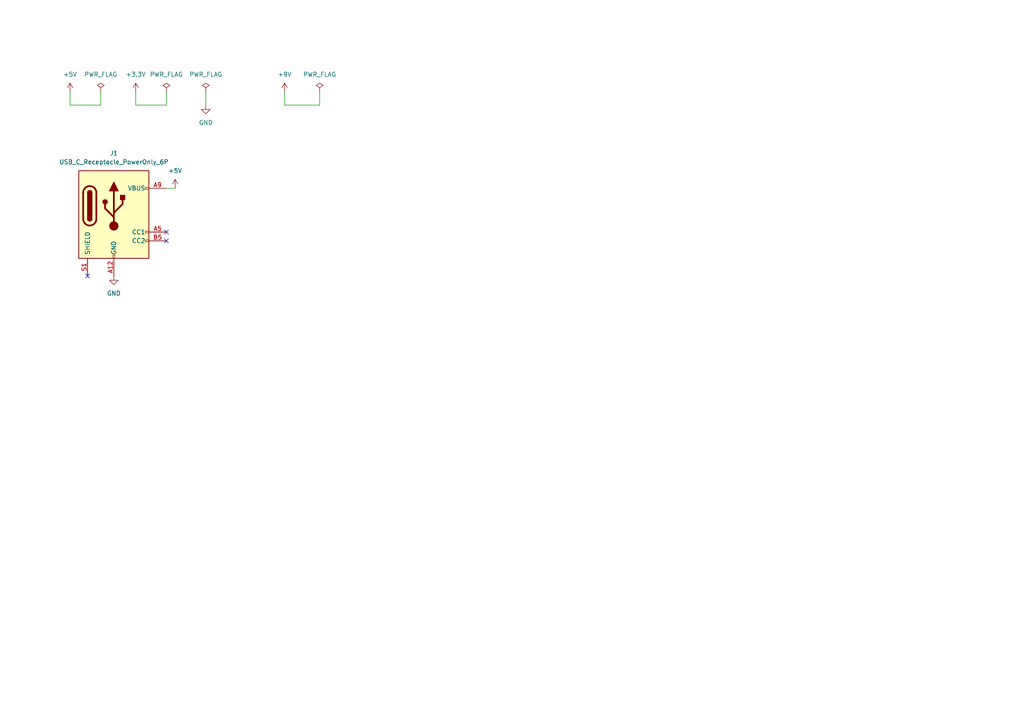
<source format=kicad_sch>
(kicad_sch (version 20211123) (generator eeschema)
  (paper "A4")
  (lib_symbols
    (symbol "Connector:USB_C_Receptacle_PowerOnly_6P" (pin_names (offset 1.016))
      (property "Reference" "J" (at 0 16.51 0))
      (property "Value" "USB_C_Receptacle_PowerOnly_6P" (at 0 13.97 0))
      (symbol "USB_C_Receptacle_PowerOnly_6P_0_0"
        (rectangle (start -0.254 -12.7) (end 0.254 -11.684))
        (rectangle (start 10.16 -7.366) (end 9.144 -7.874))
        (rectangle (start 10.16 -4.826) (end 9.144 -5.334))
        (rectangle (start 10.16 7.874) (end 9.144 7.366))
      )
      (symbol "USB_C_Receptacle_PowerOnly_6P_0_1"
        (rectangle (start -10.16 12.7) (end 10.16 -12.7) (stroke (width 0.254)) (fill (type background)))
        (arc (start -8.89 -1.27) (mid -6.985 -3.175) (end -5.08 -1.27) (stroke (width 0.508)))
        (arc (start -7.62 -1.27) (mid -6.985 -1.905) (end -6.35 -1.27) (stroke (width 0.254)))
        (arc (start -7.62 -1.27) (mid -6.985 -1.905) (end -6.35 -1.27) (stroke (width 0.254)) (fill (type outline)))
        (rectangle (start -7.62 -1.27) (end -6.35 6.35) (stroke (width 0.254)) (fill (type outline)))
        (arc (start -6.35 6.35) (mid -6.985 6.985) (end -7.62 6.35) (stroke (width 0.254)))
        (arc (start -6.35 6.35) (mid -6.985 6.985) (end -7.62 6.35) (stroke (width 0.254)) (fill (type outline)))
        (arc (start -5.08 6.35) (mid -6.985 8.255) (end -8.89 6.35) (stroke (width 0.508)))
        (circle (center -2.54 3.683) (radius 0.635) (stroke (width 0.254)) (fill (type outline)))
        (circle (center 0 -3.302) (radius 1.27) (fill (type outline)))
        (polyline (pts (xy -8.89 -1.27) (xy -8.89 6.35)) (stroke (width 0.508)))
        (polyline (pts (xy -5.08 6.35) (xy -5.08 -1.27)) (stroke (width 0.508)))
        (polyline (pts (xy 0 -3.302) (xy 0 6.858)) (stroke (width 0.508)))
        (polyline (pts (xy 0 -0.762) (xy -2.54 1.778) (xy -2.54 3.048)) (stroke (width 0.508)))
        (polyline (pts (xy 0 0.508) (xy 2.54 3.048) (xy 2.54 4.318)) (stroke (width 0.508)))
        (polyline (pts (xy -1.27 6.858) (xy 0 9.398) (xy 1.27 6.858) (xy -1.27 6.858)) (stroke (width 0.254)) (fill (type outline)))
        (rectangle (start 1.905 4.318) (end 3.175 5.588) (stroke (width 0.254)) (fill (type outline)))
      )
      (symbol "USB_C_Receptacle_PowerOnly_6P_1_1"
        (pin passive line (at 0 -17.78 90) (length 5.08) (name "GND") (number "A12"))
        (pin bidirectional line (at 15.24 -5.08 180) (length 5.08) (name "CC1") (number "A5"))
        (pin passive line (at 15.24 7.62 180) (length 5.08) (name "VBUS") (number "A9"))
        (pin passive line (at 0 -17.78 90) (length 5.08) hide (name "GND") (number "B12"))
        (pin bidirectional line (at 15.24 -7.62 180) (length 5.08) (name "CC2") (number "B5"))
        (pin passive line (at 15.24 7.62 180) (length 5.08) hide (name "VBUS") (number "B9"))
        (pin passive line (at -7.62 -17.78 90) (length 5.08) (name "SHIELD") (number "S1"))
      )
    )
    (symbol "power:+3.3V" (power) (pin_names (offset 0))
      (property "Value" "+3.3V" (at 0 3.556 0))
      (symbol "+3.3V_0_1"
        (polyline (pts (xy -0.762 1.27) (xy 0 2.54)))
        (polyline (pts (xy 0 0) (xy 0 2.54)))
        (polyline (pts (xy 0 2.54) (xy 0.762 1.27)))
      )
      (symbol "+3.3V_1_1"
        (pin power_in line (at 0 0 90) (length 0) hide (name "+3.3V") (number "1"))
      )
    )
    (symbol "power:+5V" (power) (pin_names (offset 0))
      (property "Value" "+5V" (at 0 3.556 0))
      (symbol "+5V_0_1"
        (polyline (pts (xy -0.762 1.27) (xy 0 2.54)))
        (polyline (pts (xy 0 0) (xy 0 2.54)))
        (polyline (pts (xy 0 2.54) (xy 0.762 1.27)))
      )
      (symbol "+5V_1_1"
        (pin power_in line (at 0 0 90) (length 0) hide (name "+5V") (number "1"))
      )
    )
    (symbol "power:+9V" (power) (pin_names (offset 0))
      (property "Value" "+9V" (at 0 3.556 0))
      (symbol "+9V_0_1"
        (polyline (pts (xy -0.762 1.27) (xy 0 2.54)))
        (polyline (pts (xy 0 0) (xy 0 2.54)))
        (polyline (pts (xy 0 2.54) (xy 0.762 1.27)))
      )
      (symbol "+9V_1_1"
        (pin power_in line (at 0 0 90) (length 0) hide (name "+9V") (number "1"))
      )
    )
    (symbol "power:GND" (power) (pin_names (offset 0))
      (property "Value" "GND" (at 0 -3.81 0))
      (symbol "GND_0_1"
        (polyline (pts (xy 0 0) (xy 0 -1.27) (xy 1.27 -1.27) (xy 0 -2.54) (xy -1.27 -1.27) (xy 0 -1.27)))
      )
      (symbol "GND_1_1"
        (pin power_in line (at 0 0 270) (length 0) hide (name "GND") (number "1"))
      )
    )
    (symbol "power:PWR_FLAG" (power) (pin_numbers hide) (pin_names (offset 0) hide)
      (property "Value" "PWR_FLAG" (at 0 3.81 0))
      (symbol "PWR_FLAG_0_0"
        (pin power_out line (at 0 0 90) (length 0) (name "pwr") (number "1"))
      )
      (symbol "PWR_FLAG_0_1"
        (polyline (pts (xy 0 0) (xy 0 1.27) (xy -1.016 1.905) (xy 0 2.54) (xy 1.016 1.905) (xy 0 1.27)))
      )
    )
  )
  (no_connect (at 25.4 80.01))
  (no_connect (at 48.26 69.85))
  (no_connect (at 48.26 67.31))
  (wire (pts (xy 59.69 26.67) (xy 59.69 30.48)))
  (wire (pts (xy 29.21 30.48) (xy 29.21 26.67)))
  (wire (pts (xy 48.26 54.61) (xy 50.8 54.61)))
  (wire (pts (xy 20.32 30.48) (xy 29.21 30.48)))
  (wire (pts (xy 82.55 26.67) (xy 82.55 30.48)))
  (wire (pts (xy 20.32 26.67) (xy 20.32 30.48)))
  (wire (pts (xy 48.26 30.48) (xy 48.26 26.67)))
  (wire (pts (xy 82.55 30.48) (xy 92.71 30.48)))
  (wire (pts (xy 92.71 30.48) (xy 92.71 26.67)))
  (wire (pts (xy 39.37 30.48) (xy 48.26 30.48)))
  (wire (pts (xy 39.37 26.67) (xy 39.37 30.48)))
  (symbol (lib_id "power:GND") (at 59.69 30.48 0) (unit 1)
    (property "Reference" "#PWR0104" (effects hide))
    (property "Value" "GND" (at 59.69 35.56 0))
  )
  (symbol (lib_id "power:PWR_FLAG") (at 29.21 26.67 0) (unit 1)
    (property "Reference" "#FLG0104" (effects hide))
    (property "Value" "PWR_FLAG" (at 29.21 21.59 0))
  )
  (symbol (lib_id "power:+5V") (at 50.8 54.61 0) (unit 1)
    (property "Reference" "#PWR0102" (effects hide))
    (property "Value" "+5V" (at 50.8 49.53 0))
  )
  (symbol (lib_id "power:+9V") (at 82.55 26.67 0) (unit 1)
    (property "Reference" "#PWR0105" (effects hide))
    (property "Value" "+9V" (at 82.55 21.59 0))
  )
  (symbol (lib_id "power:PWR_FLAG") (at 59.69 26.67 0) (unit 1)
    (property "Reference" "#FLG0102" (effects hide))
    (property "Value" "PWR_FLAG" (at 59.69 21.59 0))
  )
  (symbol (lib_id "power:+5V") (at 20.32 26.67 0) (unit 1)
    (property "Reference" "#PWR0106" (effects hide))
    (property "Value" "+5V" (at 20.32 21.59 0))
  )
  (symbol (lib_id "power:PWR_FLAG") (at 92.71 26.67 0) (unit 1)
    (property "Reference" "#FLG0103" (effects hide))
    (property "Value" "PWR_FLAG" (at 92.71 21.59 0))
  )
  (symbol (lib_id "power:GND") (at 33.02 80.01 0) (unit 1)
    (property "Reference" "#PWR0101" (effects hide))
    (property "Value" "GND" (at 33.02 85.09 0))
  )
  (symbol (lib_id "Connector:USB_C_Receptacle_PowerOnly_6P") (at 33.02 62.23 0) (unit 1)
    (property "Reference" "J1" (at 33.02 44.45 0))
    (property "Value" "USB_C_Receptacle_PowerOnly_6P" (at 33.02 46.99 0))
    (property "Datasheet" "https://www.usb.org/sites/default/files/documents/usb_type-c.zip" (effects hide))
  )
  (symbol (lib_id "power:PWR_FLAG") (at 48.26 26.67 0) (unit 1)
    (property "Reference" "#FLG0101" (effects hide))
    (property "Value" "PWR_FLAG" (at 48.26 21.59 0))
  )
  (symbol (lib_id "power:+3.3V") (at 39.37 26.67 0) (unit 1)
    (property "Reference" "#PWR0103" (effects hide))
    (property "Value" "+3.3V" (at 39.37 21.59 0))
  )
)
</source>
